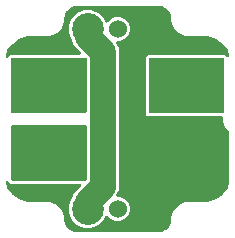
<source format=gbr>
G04 EAGLE Gerber RS-274X export*
G75*
%MOMM*%
%FSLAX34Y34*%
%LPD*%
%INBottom Copper*%
%IPPOS*%
%AMOC8*
5,1,8,0,0,1.08239X$1,22.5*%
G01*
%ADD10R,5.000000X2.000000*%
%ADD11C,2.700000*%
%ADD12C,1.524000*%
%ADD13C,0.800100*%
%ADD14C,2.184400*%

G36*
X155595Y3178D02*
X155595Y3178D01*
X155699Y3182D01*
X157434Y3353D01*
X157537Y3376D01*
X157643Y3391D01*
X157723Y3418D01*
X157744Y3423D01*
X157758Y3430D01*
X157795Y3443D01*
X161000Y4771D01*
X161008Y4775D01*
X161017Y4778D01*
X161147Y4854D01*
X161276Y4928D01*
X161283Y4935D01*
X161291Y4939D01*
X161412Y5046D01*
X163864Y7498D01*
X163870Y7506D01*
X163877Y7512D01*
X163967Y7630D01*
X164059Y7750D01*
X164063Y7758D01*
X164068Y7766D01*
X164139Y7910D01*
X165467Y11115D01*
X165495Y11217D01*
X165531Y11317D01*
X165545Y11401D01*
X165551Y11422D01*
X165551Y11438D01*
X165557Y11476D01*
X165728Y13211D01*
X165728Y13230D01*
X165728Y13231D01*
X165731Y13249D01*
X165730Y13268D01*
X165734Y13335D01*
X165734Y16367D01*
X168055Y21968D01*
X172342Y26255D01*
X177943Y28576D01*
X193675Y28576D01*
X193697Y28578D01*
X193775Y28580D01*
X197152Y28845D01*
X197220Y28859D01*
X197289Y28864D01*
X197445Y28904D01*
X203869Y30991D01*
X203976Y31041D01*
X204087Y31085D01*
X204138Y31118D01*
X204157Y31126D01*
X204172Y31139D01*
X204223Y31171D01*
X209687Y35142D01*
X209763Y35212D01*
X209816Y35251D01*
X209833Y35271D01*
X209866Y35299D01*
X209904Y35345D01*
X209919Y35359D01*
X209930Y35377D01*
X209968Y35423D01*
X213939Y40887D01*
X213996Y40991D01*
X214060Y41091D01*
X214082Y41148D01*
X214092Y41166D01*
X214097Y41186D01*
X214119Y41241D01*
X215202Y44575D01*
X215224Y44691D01*
X215254Y44806D01*
X215258Y44867D01*
X215262Y44887D01*
X215260Y44908D01*
X215264Y44967D01*
X215264Y87785D01*
X215252Y87883D01*
X215249Y87982D01*
X215232Y88040D01*
X215224Y88100D01*
X215188Y88192D01*
X215160Y88287D01*
X215130Y88340D01*
X215107Y88396D01*
X215049Y88476D01*
X214999Y88561D01*
X214933Y88637D01*
X214921Y88653D01*
X214911Y88661D01*
X214893Y88682D01*
X211618Y91956D01*
X209709Y96565D01*
X209709Y100330D01*
X209694Y100448D01*
X209687Y100567D01*
X209674Y100605D01*
X209669Y100646D01*
X209626Y100756D01*
X209589Y100869D01*
X209567Y100904D01*
X209552Y100941D01*
X209483Y101037D01*
X209419Y101138D01*
X209389Y101166D01*
X209366Y101199D01*
X209274Y101275D01*
X209187Y101356D01*
X209152Y101376D01*
X209121Y101401D01*
X209013Y101452D01*
X208909Y101510D01*
X208869Y101520D01*
X208833Y101537D01*
X208716Y101559D01*
X208601Y101589D01*
X208541Y101593D01*
X208521Y101597D01*
X208500Y101595D01*
X208440Y101599D01*
X207308Y101599D01*
X207210Y101587D01*
X207111Y101584D01*
X207053Y101567D01*
X206993Y101559D01*
X206900Y101523D01*
X206888Y101519D01*
X154423Y101519D01*
X154402Y101525D01*
X154346Y101549D01*
X154248Y101564D01*
X154153Y101589D01*
X154053Y101595D01*
X154032Y101599D01*
X154020Y101597D01*
X153992Y101599D01*
X128597Y101599D01*
X126364Y103832D01*
X126364Y151438D01*
X128597Y153671D01*
X211128Y153671D01*
X213098Y151702D01*
X213207Y151616D01*
X213314Y151528D01*
X213333Y151519D01*
X213349Y151507D01*
X213477Y151451D01*
X213602Y151392D01*
X213622Y151388D01*
X213641Y151380D01*
X213779Y151358D01*
X213915Y151332D01*
X213935Y151334D01*
X213955Y151331D01*
X214094Y151344D01*
X214232Y151352D01*
X214251Y151358D01*
X214271Y151360D01*
X214403Y151408D01*
X214534Y151450D01*
X214552Y151461D01*
X214571Y151468D01*
X214686Y151546D01*
X214803Y151620D01*
X214817Y151635D01*
X214834Y151647D01*
X214926Y151751D01*
X215021Y151852D01*
X215031Y151870D01*
X215044Y151885D01*
X215108Y152009D01*
X215175Y152131D01*
X215180Y152150D01*
X215189Y152168D01*
X215219Y152304D01*
X215254Y152438D01*
X215256Y152467D01*
X215259Y152479D01*
X215258Y152499D01*
X215264Y152599D01*
X215264Y153153D01*
X215249Y153271D01*
X215242Y153389D01*
X215227Y153448D01*
X215224Y153469D01*
X215217Y153487D01*
X215202Y153545D01*
X214119Y156879D01*
X214068Y156986D01*
X214025Y157097D01*
X213992Y157148D01*
X213984Y157167D01*
X213971Y157182D01*
X213939Y157233D01*
X209968Y162697D01*
X209887Y162784D01*
X209811Y162876D01*
X209765Y162914D01*
X209751Y162929D01*
X209733Y162940D01*
X209687Y162978D01*
X204223Y166949D01*
X204119Y167006D01*
X204019Y167070D01*
X203962Y167092D01*
X203944Y167102D01*
X203924Y167107D01*
X203869Y167129D01*
X197445Y169216D01*
X197377Y169229D01*
X197311Y169252D01*
X197152Y169275D01*
X193775Y169540D01*
X193753Y169539D01*
X193675Y169544D01*
X177943Y169544D01*
X172342Y171865D01*
X168055Y176152D01*
X165734Y181753D01*
X165734Y184785D01*
X165732Y184805D01*
X165728Y184909D01*
X165557Y186644D01*
X165534Y186747D01*
X165519Y186853D01*
X165492Y186933D01*
X165487Y186954D01*
X165480Y186968D01*
X165467Y187005D01*
X164139Y190210D01*
X164135Y190218D01*
X164132Y190227D01*
X164056Y190357D01*
X163982Y190486D01*
X163975Y190493D01*
X163971Y190501D01*
X163864Y190622D01*
X161412Y193074D01*
X161404Y193080D01*
X161398Y193087D01*
X161279Y193177D01*
X161160Y193269D01*
X161152Y193273D01*
X161144Y193278D01*
X161000Y193349D01*
X157795Y194677D01*
X157693Y194705D01*
X157593Y194741D01*
X157509Y194755D01*
X157488Y194761D01*
X157472Y194761D01*
X157434Y194767D01*
X155699Y194938D01*
X155680Y194938D01*
X155575Y194944D01*
X85725Y194944D01*
X85705Y194942D01*
X85601Y194938D01*
X83866Y194767D01*
X83763Y194744D01*
X83657Y194729D01*
X83577Y194702D01*
X83556Y194697D01*
X83542Y194690D01*
X83505Y194677D01*
X80300Y193349D01*
X80292Y193345D01*
X80283Y193342D01*
X80153Y193266D01*
X80024Y193192D01*
X80017Y193185D01*
X80009Y193181D01*
X79888Y193074D01*
X77436Y190622D01*
X77430Y190614D01*
X77423Y190608D01*
X77345Y190505D01*
X77262Y190405D01*
X77253Y190386D01*
X77241Y190370D01*
X77237Y190362D01*
X77231Y190354D01*
X77161Y190210D01*
X75833Y187005D01*
X75805Y186903D01*
X75769Y186803D01*
X75755Y186719D01*
X75749Y186698D01*
X75749Y186682D01*
X75743Y186644D01*
X75572Y184909D01*
X75572Y184890D01*
X75566Y184785D01*
X75566Y181753D01*
X73245Y176152D01*
X68958Y171865D01*
X63357Y169544D01*
X47625Y169544D01*
X47603Y169542D01*
X47525Y169540D01*
X44148Y169275D01*
X44080Y169261D01*
X44011Y169256D01*
X43855Y169216D01*
X37431Y167129D01*
X37324Y167079D01*
X37213Y167035D01*
X37162Y167002D01*
X37143Y166994D01*
X37128Y166981D01*
X37077Y166949D01*
X31613Y162978D01*
X31526Y162897D01*
X31434Y162821D01*
X31396Y162775D01*
X31381Y162761D01*
X31370Y162743D01*
X31332Y162697D01*
X27361Y157233D01*
X27304Y157129D01*
X27240Y157029D01*
X27218Y156972D01*
X27208Y156954D01*
X27203Y156934D01*
X27181Y156879D01*
X25831Y152725D01*
X25828Y152705D01*
X25820Y152687D01*
X25798Y152549D01*
X25772Y152412D01*
X25773Y152393D01*
X25770Y152373D01*
X25783Y152234D01*
X25792Y152095D01*
X25798Y152076D01*
X25800Y152056D01*
X25847Y151925D01*
X25890Y151793D01*
X25900Y151776D01*
X25907Y151757D01*
X25985Y151642D01*
X26060Y151524D01*
X26075Y151510D01*
X26086Y151494D01*
X26190Y151401D01*
X26292Y151306D01*
X26309Y151297D01*
X26324Y151283D01*
X26448Y151220D01*
X26570Y151153D01*
X26590Y151148D01*
X26607Y151139D01*
X26743Y151108D01*
X26878Y151073D01*
X26898Y151073D01*
X26918Y151069D01*
X27057Y151073D01*
X27196Y151073D01*
X27216Y151078D01*
X27236Y151079D01*
X27370Y151118D01*
X27505Y151152D01*
X27522Y151162D01*
X27541Y151167D01*
X27661Y151238D01*
X27783Y151305D01*
X27798Y151319D01*
X27815Y151329D01*
X27936Y151435D01*
X30172Y153671D01*
X88386Y153671D01*
X88524Y153688D01*
X88662Y153701D01*
X88681Y153708D01*
X88701Y153711D01*
X88830Y153762D01*
X88962Y153809D01*
X88978Y153820D01*
X88997Y153828D01*
X89109Y153909D01*
X89225Y153987D01*
X89238Y154003D01*
X89254Y154014D01*
X89343Y154122D01*
X89435Y154226D01*
X89444Y154244D01*
X89457Y154259D01*
X89516Y154385D01*
X89580Y154509D01*
X89584Y154529D01*
X89593Y154547D01*
X89619Y154684D01*
X89649Y154819D01*
X89649Y154840D01*
X89653Y154859D01*
X89644Y154998D01*
X89640Y155137D01*
X89634Y155157D01*
X89633Y155177D01*
X89590Y155309D01*
X89551Y155443D01*
X89541Y155460D01*
X89535Y155479D01*
X89460Y155597D01*
X89390Y155717D01*
X89371Y155738D01*
X89365Y155748D01*
X89350Y155762D01*
X89283Y155837D01*
X87802Y157318D01*
X83837Y161284D01*
X82021Y165667D01*
X82017Y165675D01*
X82014Y165684D01*
X81938Y165813D01*
X81864Y165943D01*
X81857Y165950D01*
X81853Y165958D01*
X81746Y166079D01*
X81651Y166174D01*
X79209Y172069D01*
X79209Y178451D01*
X81651Y184346D01*
X86164Y188859D01*
X92059Y191301D01*
X98441Y191301D01*
X104336Y188859D01*
X108849Y184346D01*
X110031Y181492D01*
X110055Y181449D01*
X110072Y181402D01*
X110134Y181311D01*
X110188Y181216D01*
X110223Y181180D01*
X110251Y181139D01*
X110333Y181066D01*
X110410Y180988D01*
X110452Y180962D01*
X110489Y180929D01*
X110587Y180879D01*
X110681Y180821D01*
X110728Y180807D01*
X110773Y180784D01*
X110880Y180760D01*
X110985Y180728D01*
X111034Y180725D01*
X111083Y180714D01*
X111193Y180718D01*
X111302Y180713D01*
X111351Y180723D01*
X111401Y180724D01*
X111506Y180755D01*
X111614Y180777D01*
X111659Y180799D01*
X111706Y180813D01*
X111801Y180868D01*
X111900Y180917D01*
X111937Y180949D01*
X111980Y180974D01*
X112101Y181080D01*
X114894Y183874D01*
X118629Y185421D01*
X122671Y185421D01*
X126406Y183874D01*
X129264Y181016D01*
X130811Y177281D01*
X130811Y173239D01*
X129264Y169504D01*
X126406Y166646D01*
X122671Y165099D01*
X120739Y165099D01*
X120690Y165093D01*
X120641Y165095D01*
X120533Y165073D01*
X120424Y165059D01*
X120378Y165041D01*
X120329Y165031D01*
X120230Y164983D01*
X120128Y164942D01*
X120088Y164913D01*
X120043Y164891D01*
X119960Y164820D01*
X119871Y164756D01*
X119839Y164717D01*
X119801Y164685D01*
X119738Y164595D01*
X119668Y164511D01*
X119647Y164466D01*
X119618Y164425D01*
X119579Y164322D01*
X119533Y164223D01*
X119523Y164174D01*
X119506Y164128D01*
X119493Y164018D01*
X119473Y163911D01*
X119476Y163861D01*
X119470Y163812D01*
X119486Y163703D01*
X119493Y163593D01*
X119508Y163546D01*
X119515Y163497D01*
X119567Y163344D01*
X121413Y158888D01*
X121413Y39232D01*
X119567Y34776D01*
X119554Y34728D01*
X119533Y34683D01*
X119512Y34575D01*
X119483Y34469D01*
X119482Y34419D01*
X119473Y34370D01*
X119480Y34261D01*
X119478Y34151D01*
X119489Y34103D01*
X119493Y34053D01*
X119526Y33949D01*
X119552Y33842D01*
X119575Y33798D01*
X119591Y33751D01*
X119649Y33658D01*
X119701Y33561D01*
X119734Y33524D01*
X119761Y33482D01*
X119841Y33407D01*
X119915Y33325D01*
X119956Y33298D01*
X119992Y33264D01*
X120088Y33211D01*
X120180Y33151D01*
X120227Y33134D01*
X120271Y33110D01*
X120377Y33083D01*
X120481Y33047D01*
X120531Y33043D01*
X120579Y33031D01*
X120739Y33021D01*
X122671Y33021D01*
X126406Y31474D01*
X129264Y28616D01*
X130811Y24881D01*
X130811Y20839D01*
X129264Y17104D01*
X126406Y14246D01*
X122671Y12699D01*
X118629Y12699D01*
X114894Y14246D01*
X112101Y17040D01*
X112062Y17070D01*
X112028Y17107D01*
X111937Y17167D01*
X111850Y17234D01*
X111804Y17254D01*
X111763Y17282D01*
X111659Y17317D01*
X111558Y17361D01*
X111509Y17369D01*
X111462Y17385D01*
X111352Y17393D01*
X111244Y17411D01*
X111194Y17406D01*
X111145Y17410D01*
X111037Y17391D01*
X110927Y17381D01*
X110880Y17364D01*
X110831Y17356D01*
X110731Y17310D01*
X110628Y17273D01*
X110587Y17245D01*
X110541Y17225D01*
X110456Y17156D01*
X110365Y17095D01*
X110332Y17057D01*
X110293Y17026D01*
X110227Y16939D01*
X110154Y16856D01*
X110132Y16812D01*
X110102Y16772D01*
X110031Y16628D01*
X108849Y13774D01*
X104336Y9261D01*
X98441Y6819D01*
X92059Y6819D01*
X86164Y9261D01*
X81651Y13774D01*
X79209Y19669D01*
X79209Y26051D01*
X81651Y31946D01*
X81746Y32041D01*
X81752Y32049D01*
X81759Y32054D01*
X81850Y32174D01*
X81941Y32292D01*
X81945Y32301D01*
X81950Y32308D01*
X82021Y32453D01*
X83837Y36836D01*
X89283Y42283D01*
X89369Y42392D01*
X89457Y42499D01*
X89466Y42518D01*
X89478Y42534D01*
X89534Y42662D01*
X89593Y42787D01*
X89597Y42807D01*
X89605Y42826D01*
X89627Y42964D01*
X89653Y43100D01*
X89651Y43120D01*
X89654Y43140D01*
X89641Y43279D01*
X89633Y43417D01*
X89627Y43436D01*
X89625Y43456D01*
X89577Y43588D01*
X89535Y43719D01*
X89524Y43737D01*
X89517Y43756D01*
X89439Y43871D01*
X89365Y43988D01*
X89350Y44002D01*
X89338Y44019D01*
X89234Y44111D01*
X89133Y44206D01*
X89115Y44216D01*
X89100Y44229D01*
X88976Y44293D01*
X88854Y44360D01*
X88835Y44365D01*
X88817Y44374D01*
X88681Y44404D01*
X88547Y44439D01*
X88518Y44441D01*
X88507Y44444D01*
X88486Y44443D01*
X88386Y44449D01*
X30172Y44449D01*
X27936Y46685D01*
X27920Y46697D01*
X27907Y46712D01*
X27795Y46794D01*
X27685Y46880D01*
X27666Y46888D01*
X27650Y46899D01*
X27521Y46951D01*
X27393Y47006D01*
X27373Y47009D01*
X27355Y47017D01*
X27217Y47034D01*
X27079Y47056D01*
X27059Y47054D01*
X27039Y47057D01*
X26901Y47039D01*
X26762Y47026D01*
X26743Y47019D01*
X26724Y47017D01*
X26594Y46966D01*
X26463Y46919D01*
X26446Y46907D01*
X26428Y46900D01*
X26315Y46818D01*
X26200Y46740D01*
X26186Y46725D01*
X26170Y46713D01*
X26081Y46606D01*
X25989Y46502D01*
X25980Y46484D01*
X25967Y46469D01*
X25908Y46342D01*
X25845Y46218D01*
X25840Y46199D01*
X25832Y46181D01*
X25805Y46044D01*
X25775Y45908D01*
X25775Y45888D01*
X25772Y45869D01*
X25780Y45730D01*
X25785Y45590D01*
X25790Y45571D01*
X25791Y45551D01*
X25831Y45395D01*
X27181Y41241D01*
X27231Y41134D01*
X27275Y41023D01*
X27308Y40972D01*
X27316Y40953D01*
X27329Y40938D01*
X27361Y40887D01*
X31332Y35423D01*
X31357Y35396D01*
X31374Y35368D01*
X31429Y35317D01*
X31489Y35244D01*
X31535Y35206D01*
X31549Y35191D01*
X31567Y35180D01*
X31613Y35142D01*
X37077Y31171D01*
X37181Y31114D01*
X37281Y31050D01*
X37338Y31028D01*
X37356Y31018D01*
X37376Y31013D01*
X37431Y30991D01*
X43855Y28904D01*
X43923Y28891D01*
X43989Y28868D01*
X44148Y28845D01*
X47525Y28580D01*
X47547Y28581D01*
X47625Y28576D01*
X63357Y28576D01*
X68958Y26255D01*
X73245Y21968D01*
X75566Y16367D01*
X75566Y13335D01*
X75568Y13315D01*
X75572Y13211D01*
X75743Y11476D01*
X75766Y11373D01*
X75781Y11267D01*
X75808Y11187D01*
X75813Y11166D01*
X75820Y11152D01*
X75833Y11115D01*
X77161Y7910D01*
X77165Y7902D01*
X77168Y7893D01*
X77244Y7764D01*
X77318Y7634D01*
X77325Y7627D01*
X77329Y7619D01*
X77436Y7498D01*
X79888Y5046D01*
X79896Y5040D01*
X79902Y5033D01*
X80020Y4943D01*
X80140Y4851D01*
X80148Y4847D01*
X80156Y4842D01*
X80300Y4771D01*
X83505Y3443D01*
X83607Y3415D01*
X83707Y3379D01*
X83791Y3365D01*
X83812Y3359D01*
X83828Y3359D01*
X83866Y3353D01*
X85601Y3182D01*
X85620Y3182D01*
X85725Y3176D01*
X155575Y3176D01*
X155595Y3178D01*
G37*
G36*
X209668Y104156D02*
X209668Y104156D01*
X209787Y104163D01*
X209825Y104176D01*
X209866Y104181D01*
X209976Y104224D01*
X210089Y104261D01*
X210124Y104283D01*
X210161Y104298D01*
X210257Y104368D01*
X210358Y104431D01*
X210386Y104461D01*
X210419Y104484D01*
X210495Y104576D01*
X210576Y104663D01*
X210596Y104698D01*
X210621Y104729D01*
X210672Y104837D01*
X210730Y104941D01*
X210740Y104981D01*
X210757Y105017D01*
X210779Y105134D01*
X210809Y105249D01*
X210813Y105310D01*
X210817Y105330D01*
X210815Y105350D01*
X210819Y105410D01*
X210819Y149860D01*
X210804Y149978D01*
X210797Y150097D01*
X210784Y150135D01*
X210779Y150176D01*
X210736Y150286D01*
X210699Y150399D01*
X210677Y150434D01*
X210662Y150471D01*
X210593Y150567D01*
X210529Y150668D01*
X210499Y150696D01*
X210476Y150729D01*
X210384Y150805D01*
X210297Y150886D01*
X210262Y150906D01*
X210231Y150931D01*
X210123Y150982D01*
X210019Y151040D01*
X209979Y151050D01*
X209943Y151067D01*
X209826Y151089D01*
X209711Y151119D01*
X209651Y151123D01*
X209631Y151127D01*
X209610Y151125D01*
X209550Y151129D01*
X148082Y151129D01*
X147964Y151114D01*
X147845Y151107D01*
X147807Y151094D01*
X147766Y151089D01*
X147656Y151046D01*
X147543Y151009D01*
X147508Y150987D01*
X147471Y150972D01*
X147375Y150903D01*
X147274Y150839D01*
X147246Y150809D01*
X147213Y150786D01*
X147137Y150694D01*
X147056Y150607D01*
X147036Y150572D01*
X147011Y150541D01*
X146960Y150433D01*
X146902Y150329D01*
X146892Y150289D01*
X146875Y150253D01*
X146853Y150136D01*
X146823Y150021D01*
X146819Y149961D01*
X146815Y149941D01*
X146817Y149921D01*
X146815Y149914D01*
X146816Y149907D01*
X146813Y149860D01*
X146813Y105410D01*
X146828Y105292D01*
X146835Y105173D01*
X146848Y105135D01*
X146853Y105094D01*
X146896Y104984D01*
X146933Y104871D01*
X146955Y104836D01*
X146970Y104799D01*
X147039Y104703D01*
X147103Y104602D01*
X147133Y104574D01*
X147156Y104541D01*
X147248Y104466D01*
X147335Y104384D01*
X147370Y104364D01*
X147401Y104339D01*
X147509Y104288D01*
X147613Y104230D01*
X147653Y104220D01*
X147689Y104203D01*
X147806Y104181D01*
X147921Y104151D01*
X147981Y104147D01*
X148001Y104143D01*
X148022Y104145D01*
X148082Y104141D01*
X209550Y104141D01*
X209668Y104156D01*
G37*
G36*
X93336Y104156D02*
X93336Y104156D01*
X93455Y104163D01*
X93493Y104176D01*
X93534Y104181D01*
X93644Y104224D01*
X93757Y104261D01*
X93792Y104283D01*
X93829Y104298D01*
X93925Y104368D01*
X94026Y104431D01*
X94054Y104461D01*
X94087Y104484D01*
X94163Y104576D01*
X94244Y104663D01*
X94264Y104698D01*
X94289Y104729D01*
X94340Y104837D01*
X94398Y104941D01*
X94408Y104981D01*
X94425Y105017D01*
X94447Y105134D01*
X94477Y105249D01*
X94481Y105310D01*
X94485Y105330D01*
X94483Y105350D01*
X94487Y105410D01*
X94487Y149860D01*
X94472Y149978D01*
X94465Y150097D01*
X94452Y150135D01*
X94447Y150176D01*
X94404Y150286D01*
X94367Y150399D01*
X94345Y150434D01*
X94330Y150471D01*
X94261Y150567D01*
X94197Y150668D01*
X94167Y150696D01*
X94144Y150729D01*
X94052Y150805D01*
X93965Y150886D01*
X93930Y150906D01*
X93899Y150931D01*
X93791Y150982D01*
X93687Y151040D01*
X93647Y151050D01*
X93611Y151067D01*
X93494Y151089D01*
X93379Y151119D01*
X93319Y151123D01*
X93299Y151127D01*
X93278Y151125D01*
X93218Y151129D01*
X31750Y151129D01*
X31632Y151114D01*
X31513Y151107D01*
X31475Y151094D01*
X31434Y151089D01*
X31324Y151046D01*
X31211Y151009D01*
X31176Y150987D01*
X31139Y150972D01*
X31043Y150903D01*
X30942Y150839D01*
X30914Y150809D01*
X30881Y150786D01*
X30806Y150694D01*
X30724Y150607D01*
X30704Y150572D01*
X30679Y150541D01*
X30628Y150433D01*
X30570Y150329D01*
X30560Y150289D01*
X30543Y150253D01*
X30521Y150136D01*
X30491Y150021D01*
X30487Y149961D01*
X30483Y149941D01*
X30485Y149921D01*
X30483Y149914D01*
X30484Y149907D01*
X30481Y149860D01*
X30481Y105410D01*
X30496Y105292D01*
X30503Y105173D01*
X30516Y105135D01*
X30521Y105094D01*
X30564Y104984D01*
X30601Y104871D01*
X30623Y104836D01*
X30638Y104799D01*
X30708Y104703D01*
X30771Y104602D01*
X30801Y104574D01*
X30824Y104541D01*
X30916Y104466D01*
X31003Y104384D01*
X31038Y104364D01*
X31069Y104339D01*
X31177Y104288D01*
X31281Y104230D01*
X31321Y104220D01*
X31357Y104203D01*
X31474Y104181D01*
X31589Y104151D01*
X31650Y104147D01*
X31670Y104143D01*
X31690Y104145D01*
X31750Y104141D01*
X93218Y104141D01*
X93336Y104156D01*
G37*
G36*
X93336Y47006D02*
X93336Y47006D01*
X93455Y47013D01*
X93493Y47026D01*
X93534Y47031D01*
X93644Y47074D01*
X93757Y47111D01*
X93792Y47133D01*
X93829Y47148D01*
X93925Y47218D01*
X94026Y47281D01*
X94054Y47311D01*
X94087Y47334D01*
X94163Y47426D01*
X94244Y47513D01*
X94264Y47548D01*
X94289Y47579D01*
X94340Y47687D01*
X94398Y47791D01*
X94408Y47831D01*
X94425Y47867D01*
X94447Y47984D01*
X94477Y48099D01*
X94481Y48160D01*
X94485Y48180D01*
X94483Y48200D01*
X94487Y48260D01*
X94487Y92710D01*
X94472Y92828D01*
X94465Y92947D01*
X94452Y92985D01*
X94447Y93026D01*
X94404Y93136D01*
X94367Y93249D01*
X94345Y93284D01*
X94330Y93321D01*
X94261Y93417D01*
X94197Y93518D01*
X94167Y93546D01*
X94144Y93579D01*
X94052Y93655D01*
X93965Y93736D01*
X93930Y93756D01*
X93899Y93781D01*
X93791Y93832D01*
X93687Y93890D01*
X93647Y93900D01*
X93611Y93917D01*
X93494Y93939D01*
X93379Y93969D01*
X93319Y93973D01*
X93299Y93977D01*
X93278Y93975D01*
X93218Y93979D01*
X31750Y93979D01*
X31632Y93964D01*
X31513Y93957D01*
X31475Y93944D01*
X31434Y93939D01*
X31324Y93896D01*
X31211Y93859D01*
X31176Y93837D01*
X31139Y93822D01*
X31043Y93753D01*
X30942Y93689D01*
X30914Y93659D01*
X30881Y93636D01*
X30806Y93544D01*
X30724Y93457D01*
X30704Y93422D01*
X30679Y93391D01*
X30628Y93283D01*
X30570Y93179D01*
X30560Y93139D01*
X30543Y93103D01*
X30521Y92986D01*
X30491Y92871D01*
X30487Y92811D01*
X30483Y92791D01*
X30485Y92771D01*
X30483Y92764D01*
X30484Y92757D01*
X30481Y92710D01*
X30481Y48260D01*
X30496Y48142D01*
X30503Y48023D01*
X30516Y47985D01*
X30521Y47944D01*
X30564Y47834D01*
X30601Y47721D01*
X30623Y47686D01*
X30638Y47649D01*
X30708Y47553D01*
X30771Y47452D01*
X30801Y47424D01*
X30824Y47391D01*
X30916Y47316D01*
X31003Y47234D01*
X31038Y47214D01*
X31069Y47189D01*
X31177Y47138D01*
X31281Y47080D01*
X31321Y47070D01*
X31357Y47053D01*
X31474Y47031D01*
X31589Y47001D01*
X31650Y46997D01*
X31670Y46993D01*
X31690Y46995D01*
X31750Y46991D01*
X93218Y46991D01*
X93336Y47006D01*
G37*
D10*
X180650Y84060D03*
X180650Y114060D03*
X60650Y114060D03*
X60650Y84060D03*
D11*
X146050Y22860D03*
D12*
X120650Y22860D03*
D11*
X95250Y22860D03*
X146050Y175260D03*
D12*
X120650Y175260D03*
D11*
X95250Y175260D03*
D13*
X90297Y81534D03*
X90297Y136144D03*
X184150Y143383D03*
D14*
X95250Y29210D02*
X95250Y22860D01*
X95250Y29210D02*
X107950Y41910D01*
X107950Y156210D01*
X95250Y168910D01*
X95250Y175260D01*
X146050Y29210D02*
X146050Y22860D01*
X146050Y29210D02*
X133350Y41910D01*
X146050Y168910D02*
X146050Y175260D01*
X146050Y168910D02*
X133350Y156210D01*
X133350Y41910D01*
M02*

</source>
